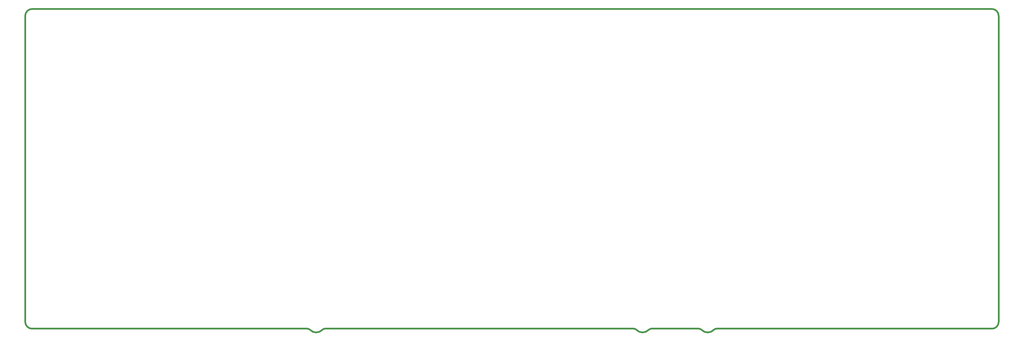
<source format=gbr>
%TF.GenerationSoftware,KiCad,Pcbnew,8.0.1*%
%TF.CreationDate,2025-07-18T19:56:24+09:00*%
%TF.ProjectId,Cloudnine_rp2040,436c6f75-646e-4696-9e65-5f7270323034,rev?*%
%TF.SameCoordinates,Original*%
%TF.FileFunction,Profile,NP*%
%FSLAX46Y46*%
G04 Gerber Fmt 4.6, Leading zero omitted, Abs format (unit mm)*
G04 Created by KiCad (PCBNEW 8.0.1) date 2025-07-18 19:56:24*
%MOMM*%
%LPD*%
G01*
G04 APERTURE LIST*
%TA.AperFunction,Profile*%
%ADD10C,0.500000*%
%TD*%
G04 APERTURE END LIST*
D10*
X204533331Y-117650000D02*
X218491667Y-117650000D01*
X104191699Y-117650000D02*
G75*
G02*
X104915472Y-117960005I1J-999900D01*
G01*
X222834522Y-117960001D02*
G75*
G02*
X219215478Y-117960000I-1809522J1725001D01*
G01*
X109264230Y-117650000D02*
X199466667Y-117650000D01*
X199466667Y-117650000D02*
G75*
G02*
X200190493Y-117959983I33J-1000000D01*
G01*
X23774999Y-117650000D02*
G75*
G02*
X21775000Y-115650001I1J2000000D01*
G01*
X21774999Y-26050000D02*
X21774998Y-115650001D01*
X305975000Y-115650001D02*
X305975000Y-26049999D01*
X108534522Y-117960001D02*
G75*
G02*
X109264230Y-117650018I723978J-690399D01*
G01*
X303975000Y-24050000D02*
X23774999Y-24050000D01*
X21774999Y-26050000D02*
G75*
G02*
X23774999Y-24049999I2000001J0D01*
G01*
X108534521Y-117960000D02*
G75*
G02*
X104915478Y-117959999I-1809521J1725000D01*
G01*
X222834522Y-117960001D02*
G75*
G02*
X223558331Y-117650024I723778J-689999D01*
G01*
X223558331Y-117650000D02*
X303975001Y-117650000D01*
X305975000Y-115650001D02*
G75*
G02*
X303975001Y-117650000I-2000000J1D01*
G01*
X303975000Y-24050000D02*
G75*
G02*
X305975000Y-26049999I0J-2000000D01*
G01*
X218491667Y-117650000D02*
G75*
G02*
X219215494Y-117959984I33J-1000000D01*
G01*
X23774999Y-117650000D02*
X104191699Y-117650000D01*
X203809522Y-117960000D02*
G75*
G02*
X200190476Y-117960000I-1809523J1725002D01*
G01*
X203809522Y-117960000D02*
G75*
G02*
X204533331Y-117650023I723778J-690000D01*
G01*
M02*

</source>
